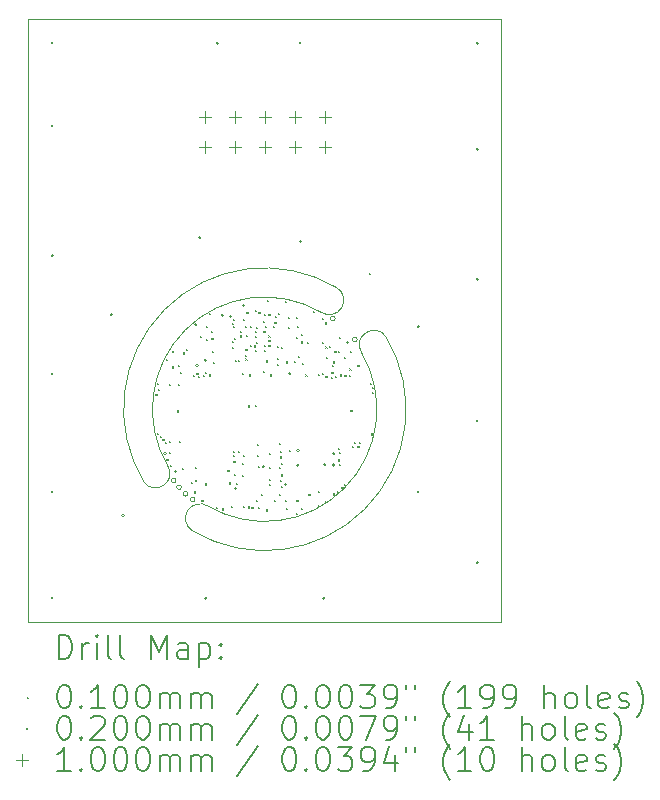
<source format=gbr>
%FSLAX45Y45*%
G04 Gerber Fmt 4.5, Leading zero omitted, Abs format (unit mm)*
G04 Created by KiCad (PCBNEW (6.0.0)) date 2022-03-02 03:39:47*
%MOMM*%
%LPD*%
G01*
G04 APERTURE LIST*
%TA.AperFunction,Profile*%
%ADD10C,0.050000*%
%TD*%
%ADD11C,0.200000*%
%ADD12C,0.010000*%
%ADD13C,0.020000*%
%ADD14C,0.100000*%
G04 APERTURE END LIST*
D10*
X13134000Y-5710000D02*
G75*
G03*
X13134000Y-5710000I-20000J0D01*
G01*
X12947000Y-5531000D02*
G75*
G03*
X12947000Y-5531000I-20000J0D01*
G01*
X11870000Y-7120000D02*
G75*
G03*
X11740000Y-7330000I-67136J-103678D01*
G01*
X14350000Y-8100000D02*
X10350000Y-8100000D01*
X10350000Y-8100000D02*
X10350000Y-3000000D01*
X10350000Y-3000000D02*
X14350000Y-3000000D01*
X14350000Y-3000000D02*
X14350000Y-8100000D01*
X11740000Y-7330000D02*
G75*
G03*
X13380000Y-5690000I610181J1029820D01*
G01*
X12830000Y-5480000D02*
G75*
G03*
X12960000Y-5270000I67134J103679D01*
G01*
X11760000Y-7065000D02*
G75*
G03*
X11760000Y-7065000I-20000J0D01*
G01*
X12960000Y-5270000D02*
G75*
G03*
X11330000Y-6920000I-609186J-1028319D01*
G01*
X11870000Y-7120000D02*
G75*
G03*
X13170000Y-5820000I480000J820000D01*
G01*
X13380000Y-5690000D02*
G75*
G03*
X13170000Y-5820000I-104791J-65337D01*
G01*
X11600000Y-6905000D02*
G75*
G03*
X11600000Y-6905000I-20000J0D01*
G01*
X11330000Y-6920000D02*
G75*
G03*
X11530000Y-6780000I95820J75972D01*
G01*
X11700000Y-7015000D02*
G75*
G03*
X11700000Y-7015000I-20000J0D01*
G01*
X11645000Y-6960000D02*
G75*
G03*
X11645000Y-6960000I-20000J0D01*
G01*
X12830000Y-5480000D02*
G75*
G03*
X11530000Y-6780000I-480000J-820000D01*
G01*
D11*
D12*
X11425000Y-6172500D02*
X11435000Y-6182500D01*
X11435000Y-6172500D02*
X11425000Y-6182500D01*
X11440000Y-6077500D02*
X11450000Y-6087500D01*
X11450000Y-6077500D02*
X11440000Y-6087500D01*
X11440771Y-6498185D02*
X11450771Y-6508185D01*
X11450771Y-6498185D02*
X11440771Y-6508185D01*
X11445000Y-6125000D02*
X11455000Y-6135000D01*
X11455000Y-6125000D02*
X11445000Y-6135000D01*
X11462240Y-6525000D02*
X11472240Y-6535000D01*
X11472240Y-6525000D02*
X11462240Y-6535000D01*
X11483620Y-6547834D02*
X11493620Y-6557834D01*
X11493620Y-6547834D02*
X11483620Y-6557834D01*
X11505000Y-6575000D02*
X11515000Y-6585000D01*
X11515000Y-6575000D02*
X11505000Y-6585000D01*
X11515000Y-5872500D02*
X11525000Y-5882500D01*
X11525000Y-5872500D02*
X11515000Y-5882500D01*
X11517500Y-6717500D02*
X11527500Y-6727500D01*
X11527500Y-6717500D02*
X11517500Y-6727500D01*
X11537550Y-6661333D02*
X11547550Y-6671333D01*
X11547550Y-6661333D02*
X11537550Y-6671333D01*
X11538356Y-6567225D02*
X11548356Y-6577225D01*
X11548356Y-6567225D02*
X11538356Y-6577225D01*
X11542450Y-6087245D02*
X11552450Y-6097245D01*
X11552450Y-6087245D02*
X11542450Y-6097245D01*
X11545000Y-6770000D02*
X11555000Y-6780000D01*
X11555000Y-6770000D02*
X11545000Y-6780000D01*
X11567642Y-5937642D02*
X11577642Y-5947642D01*
X11577642Y-5937642D02*
X11567642Y-5947642D01*
X11610050Y-6310000D02*
X11620050Y-6320000D01*
X11620050Y-6310000D02*
X11610050Y-6320000D01*
X11613917Y-6086367D02*
X11623917Y-6096367D01*
X11623917Y-6086367D02*
X11613917Y-6096367D01*
X11618512Y-5926254D02*
X11628512Y-5936254D01*
X11628512Y-5926254D02*
X11618512Y-5936254D01*
X11624698Y-6567225D02*
X11634698Y-6577225D01*
X11634698Y-6567225D02*
X11624698Y-6577225D01*
X11635000Y-5982500D02*
X11645000Y-5992500D01*
X11645000Y-5982500D02*
X11635000Y-5992500D01*
X11652500Y-6797500D02*
X11662500Y-6807500D01*
X11662500Y-6797500D02*
X11652500Y-6807500D01*
X11655451Y-5819264D02*
X11665451Y-5829264D01*
X11665451Y-5819264D02*
X11655451Y-5829264D01*
X11682500Y-5790000D02*
X11692500Y-5800000D01*
X11692500Y-5790000D02*
X11682500Y-5800000D01*
X11729000Y-6918000D02*
X11739000Y-6928000D01*
X11739000Y-6918000D02*
X11729000Y-6928000D01*
X11742500Y-6010000D02*
X11752500Y-6020000D01*
X11752500Y-6010000D02*
X11742500Y-6020000D01*
X11749052Y-6995000D02*
X11759052Y-7005000D01*
X11759052Y-6995000D02*
X11749052Y-7005000D01*
X11762500Y-6790000D02*
X11772500Y-6800000D01*
X11772500Y-6790000D02*
X11762500Y-6800000D01*
X11772773Y-5989807D02*
X11782773Y-5999807D01*
X11782773Y-5989807D02*
X11772773Y-5999807D01*
X11784167Y-6017505D02*
X11794167Y-6027505D01*
X11794167Y-6017505D02*
X11784167Y-6027505D01*
X11800000Y-5682000D02*
X11810000Y-5692000D01*
X11810000Y-5682000D02*
X11800000Y-5692000D01*
X11815000Y-7065000D02*
X11825000Y-7075000D01*
X11825000Y-7065000D02*
X11815000Y-7075000D01*
X11825000Y-6010000D02*
X11835000Y-6020000D01*
X11835000Y-6010000D02*
X11825000Y-6020000D01*
X11842500Y-6927500D02*
X11852500Y-6937500D01*
X11852500Y-6927500D02*
X11842500Y-6937500D01*
X11845029Y-5982680D02*
X11855029Y-5992680D01*
X11855029Y-5982680D02*
X11845029Y-5992680D01*
X11850000Y-5593000D02*
X11860000Y-5603000D01*
X11860000Y-5593000D02*
X11850000Y-5603000D01*
X11854000Y-5707000D02*
X11864000Y-5717000D01*
X11864000Y-5707000D02*
X11854000Y-5717000D01*
X11875000Y-5485000D02*
X11885000Y-5495000D01*
X11885000Y-5485000D02*
X11875000Y-5495000D01*
X11877500Y-6005000D02*
X11887500Y-6015000D01*
X11887500Y-6005000D02*
X11877500Y-6015000D01*
X11895500Y-5635000D02*
X11905500Y-5645000D01*
X11905500Y-5635000D02*
X11895500Y-5645000D01*
X11899000Y-5694000D02*
X11909000Y-5704000D01*
X11909000Y-5694000D02*
X11899000Y-5704000D01*
X11905147Y-5808482D02*
X11915147Y-5818482D01*
X11915147Y-5808482D02*
X11905147Y-5818482D01*
X11911000Y-5896000D02*
X11921000Y-5906000D01*
X11921000Y-5896000D02*
X11911000Y-5906000D01*
X11937500Y-7127500D02*
X11947500Y-7137500D01*
X11947500Y-7127500D02*
X11937500Y-7137500D01*
X11990000Y-7140000D02*
X12000000Y-7150000D01*
X12000000Y-7140000D02*
X11990000Y-7150000D01*
X12035000Y-6815000D02*
X12045000Y-6825000D01*
X12045000Y-6815000D02*
X12035000Y-6825000D01*
X12050142Y-6919858D02*
X12060142Y-6929858D01*
X12060142Y-6919858D02*
X12050142Y-6929858D01*
X12067450Y-7118584D02*
X12077450Y-7128584D01*
X12077450Y-7118584D02*
X12067450Y-7128584D01*
X12069591Y-5772500D02*
X12079591Y-5782500D01*
X12079591Y-5772500D02*
X12069591Y-5782500D01*
X12070248Y-5569950D02*
X12080248Y-5579950D01*
X12080248Y-5569950D02*
X12070248Y-5579950D01*
X12073000Y-5720122D02*
X12083000Y-5730122D01*
X12083000Y-5720122D02*
X12073000Y-5730122D01*
X12081000Y-5538000D02*
X12091000Y-5548000D01*
X12091000Y-5538000D02*
X12081000Y-5548000D01*
X12082500Y-6650000D02*
X12092500Y-6660000D01*
X12092500Y-6650000D02*
X12082500Y-6660000D01*
X12082500Y-6690000D02*
X12092500Y-6700000D01*
X12092500Y-6690000D02*
X12082500Y-6700000D01*
X12083375Y-5596871D02*
X12093375Y-5606871D01*
X12093375Y-5596871D02*
X12083375Y-5606871D01*
X12085000Y-6735000D02*
X12095000Y-6745000D01*
X12095000Y-6735000D02*
X12085000Y-6745000D01*
X12090000Y-6850000D02*
X12100000Y-6860000D01*
X12100000Y-6850000D02*
X12090000Y-6860000D01*
X12092067Y-5695172D02*
X12102067Y-5705172D01*
X12102067Y-5695172D02*
X12092067Y-5705172D01*
X12095514Y-5883512D02*
X12105514Y-5893512D01*
X12105514Y-5883512D02*
X12095514Y-5893512D01*
X12105000Y-6925000D02*
X12115000Y-6935000D01*
X12115000Y-6925000D02*
X12105000Y-6935000D01*
X12125000Y-6655000D02*
X12135000Y-6665000D01*
X12135000Y-6655000D02*
X12125000Y-6665000D01*
X12126000Y-5884000D02*
X12136000Y-5894000D01*
X12136000Y-5884000D02*
X12126000Y-5894000D01*
X12141838Y-5674952D02*
X12151838Y-5684952D01*
X12151838Y-5674952D02*
X12141838Y-5684952D01*
X12142500Y-5635000D02*
X12152500Y-5645000D01*
X12152500Y-5635000D02*
X12142500Y-5645000D01*
X12155000Y-5995000D02*
X12165000Y-6005000D01*
X12165000Y-5995000D02*
X12155000Y-6005000D01*
X12155000Y-6755000D02*
X12165000Y-6765000D01*
X12165000Y-6755000D02*
X12155000Y-6765000D01*
X12155000Y-6855000D02*
X12165000Y-6865000D01*
X12165000Y-6855000D02*
X12155000Y-6865000D01*
X12162500Y-7120000D02*
X12172500Y-7130000D01*
X12172500Y-7120000D02*
X12162500Y-7130000D01*
X12164639Y-5532701D02*
X12174639Y-5542701D01*
X12174639Y-5532701D02*
X12164639Y-5542701D01*
X12165000Y-6685000D02*
X12175000Y-6695000D01*
X12175000Y-6685000D02*
X12165000Y-6695000D01*
X12185000Y-5837520D02*
X12195000Y-5847520D01*
X12195000Y-5837520D02*
X12185000Y-5847520D01*
X12186292Y-5597606D02*
X12196292Y-5607606D01*
X12196292Y-5597606D02*
X12186292Y-5607606D01*
X12187000Y-5790000D02*
X12197000Y-5800000D01*
X12197000Y-5790000D02*
X12187000Y-5800000D01*
X12187712Y-5870000D02*
X12197712Y-5880000D01*
X12197712Y-5870000D02*
X12187712Y-5880000D01*
X12193000Y-5670000D02*
X12203000Y-5680000D01*
X12203000Y-5670000D02*
X12193000Y-5680000D01*
X12195000Y-5475000D02*
X12205000Y-5485000D01*
X12205000Y-5475000D02*
X12195000Y-5485000D01*
X12205000Y-6267500D02*
X12215000Y-6277500D01*
X12215000Y-6267500D02*
X12205000Y-6277500D01*
X12207500Y-7122500D02*
X12217500Y-7132500D01*
X12217500Y-7122500D02*
X12207500Y-7132500D01*
X12214890Y-6004794D02*
X12224890Y-6014794D01*
X12224890Y-6004794D02*
X12214890Y-6014794D01*
X12222500Y-5595000D02*
X12232500Y-5605000D01*
X12232500Y-5595000D02*
X12222500Y-5605000D01*
X12222587Y-5752529D02*
X12232587Y-5762529D01*
X12232587Y-5752529D02*
X12222587Y-5762529D01*
X12237327Y-7125212D02*
X12247327Y-7135212D01*
X12247327Y-7125212D02*
X12237327Y-7135212D01*
X12259862Y-5759260D02*
X12269862Y-5769260D01*
X12269862Y-5759260D02*
X12259862Y-5769260D01*
X12267310Y-5637345D02*
X12277310Y-5647345D01*
X12277310Y-5637345D02*
X12267310Y-5647345D01*
X12267500Y-5795000D02*
X12277500Y-5805000D01*
X12277500Y-5795000D02*
X12267500Y-5805000D01*
X12267500Y-6262500D02*
X12277500Y-6272500D01*
X12277500Y-6262500D02*
X12267500Y-6272500D01*
X12267760Y-5677930D02*
X12277760Y-5687930D01*
X12277760Y-5677930D02*
X12267760Y-5687930D01*
X12270000Y-5457500D02*
X12280000Y-5467500D01*
X12280000Y-5457500D02*
X12270000Y-5467500D01*
X12275000Y-7067500D02*
X12285000Y-7077500D01*
X12285000Y-7067500D02*
X12275000Y-7077500D01*
X12275050Y-5730634D02*
X12285050Y-5740634D01*
X12285050Y-5730634D02*
X12275050Y-5740634D01*
X12278677Y-5600292D02*
X12288677Y-5610292D01*
X12288677Y-5600292D02*
X12278677Y-5610292D01*
X12285000Y-6685000D02*
X12295000Y-6695000D01*
X12295000Y-6685000D02*
X12285000Y-6695000D01*
X12287500Y-6595000D02*
X12297500Y-6605000D01*
X12297500Y-6595000D02*
X12287500Y-6605000D01*
X12290000Y-6782500D02*
X12300000Y-6792500D01*
X12300000Y-6782500D02*
X12290000Y-6792500D01*
X12290586Y-7127231D02*
X12300586Y-7137231D01*
X12300586Y-7127231D02*
X12290586Y-7137231D01*
X12297500Y-5477500D02*
X12307500Y-5487500D01*
X12307500Y-5477500D02*
X12297500Y-5487500D01*
X12317500Y-7015000D02*
X12327500Y-7025000D01*
X12327500Y-7015000D02*
X12317500Y-7025000D01*
X12335000Y-5974000D02*
X12345000Y-5984000D01*
X12345000Y-5974000D02*
X12335000Y-5984000D01*
X12337050Y-5555000D02*
X12347050Y-5565000D01*
X12347050Y-5555000D02*
X12337050Y-5565000D01*
X12340000Y-5640000D02*
X12350000Y-5650000D01*
X12350000Y-5640000D02*
X12340000Y-5650000D01*
X12345000Y-5490000D02*
X12355000Y-5500000D01*
X12355000Y-5490000D02*
X12345000Y-5500000D01*
X12345000Y-5752070D02*
X12355000Y-5762070D01*
X12355000Y-5752070D02*
X12345000Y-5762070D01*
X12345000Y-5797500D02*
X12355000Y-5807500D01*
X12355000Y-5797500D02*
X12345000Y-5807500D01*
X12352065Y-5597635D02*
X12362065Y-5607635D01*
X12362065Y-5597635D02*
X12352065Y-5607635D01*
X12358892Y-5886108D02*
X12368892Y-5896108D01*
X12368892Y-5886108D02*
X12358892Y-5896108D01*
X12362500Y-7147500D02*
X12372500Y-7157500D01*
X12372500Y-7147500D02*
X12362500Y-7157500D01*
X12368972Y-5375744D02*
X12378972Y-5385744D01*
X12378972Y-5375744D02*
X12368972Y-5385744D01*
X12381690Y-5674972D02*
X12391690Y-5684972D01*
X12391690Y-5674972D02*
X12381690Y-5684972D01*
X12381748Y-5489999D02*
X12391748Y-5499999D01*
X12391748Y-5489999D02*
X12381748Y-5499999D01*
X12382500Y-5712500D02*
X12392500Y-5722500D01*
X12392500Y-5712500D02*
X12382500Y-5722500D01*
X12382500Y-5752500D02*
X12392500Y-5762500D01*
X12392500Y-5752500D02*
X12382500Y-5762500D01*
X12384254Y-6886655D02*
X12394254Y-6896655D01*
X12394254Y-6886655D02*
X12384254Y-6896655D01*
X12385000Y-6785000D02*
X12395000Y-6795000D01*
X12395000Y-6785000D02*
X12385000Y-6795000D01*
X12385000Y-6935000D02*
X12395000Y-6945000D01*
X12395000Y-6935000D02*
X12385000Y-6945000D01*
X12386719Y-6672097D02*
X12396719Y-6682097D01*
X12396719Y-6672097D02*
X12386719Y-6682097D01*
X12395000Y-6005000D02*
X12405000Y-6015000D01*
X12405000Y-6005000D02*
X12395000Y-6015000D01*
X12422369Y-5595094D02*
X12432369Y-5605094D01*
X12432369Y-5595094D02*
X12422369Y-5605094D01*
X12425000Y-7067500D02*
X12435000Y-7077500D01*
X12435000Y-7067500D02*
X12425000Y-7077500D01*
X12433050Y-5560000D02*
X12443050Y-5570000D01*
X12443050Y-5560000D02*
X12433050Y-5570000D01*
X12437500Y-5510000D02*
X12447500Y-5520000D01*
X12447500Y-5510000D02*
X12437500Y-5520000D01*
X12451000Y-5767000D02*
X12461000Y-5777000D01*
X12461000Y-5767000D02*
X12451000Y-5777000D01*
X12454000Y-5868000D02*
X12464000Y-5878000D01*
X12464000Y-5868000D02*
X12454000Y-5878000D01*
X12454000Y-5913000D02*
X12464000Y-5923000D01*
X12464000Y-5913000D02*
X12454000Y-5923000D01*
X12459000Y-5487000D02*
X12469000Y-5497000D01*
X12469000Y-5487000D02*
X12459000Y-5497000D01*
X12467500Y-7015000D02*
X12477500Y-7025000D01*
X12477500Y-7015000D02*
X12467500Y-7025000D01*
X12470750Y-6588250D02*
X12480750Y-6598250D01*
X12480750Y-6588250D02*
X12470750Y-6598250D01*
X12472642Y-6784858D02*
X12482642Y-6794858D01*
X12482642Y-6784858D02*
X12472642Y-6794858D01*
X12477500Y-6655000D02*
X12487500Y-6665000D01*
X12487500Y-6655000D02*
X12477500Y-6665000D01*
X12480000Y-6900000D02*
X12490000Y-6910000D01*
X12490000Y-6900000D02*
X12480000Y-6910000D01*
X12482500Y-6700000D02*
X12492500Y-6710000D01*
X12492500Y-6700000D02*
X12482500Y-6710000D01*
X12485000Y-6752500D02*
X12495000Y-6762500D01*
X12495000Y-6752500D02*
X12485000Y-6762500D01*
X12485000Y-6852500D02*
X12495000Y-6862500D01*
X12495000Y-6852500D02*
X12485000Y-6862500D01*
X12485098Y-5773667D02*
X12495098Y-5783667D01*
X12495098Y-5773667D02*
X12485098Y-5783667D01*
X12486000Y-6952550D02*
X12496000Y-6962550D01*
X12496000Y-6952550D02*
X12486000Y-6962550D01*
X12522500Y-7070000D02*
X12532500Y-7080000D01*
X12532500Y-7070000D02*
X12522500Y-7080000D01*
X12525000Y-5385000D02*
X12535000Y-5395000D01*
X12535000Y-5385000D02*
X12525000Y-5395000D01*
X12530000Y-5895000D02*
X12540000Y-5905000D01*
X12540000Y-5895000D02*
X12530000Y-5905000D01*
X12532078Y-7136058D02*
X12542078Y-7146058D01*
X12542078Y-7136058D02*
X12532078Y-7146058D01*
X12546300Y-5520000D02*
X12556300Y-5530000D01*
X12556300Y-5520000D02*
X12546300Y-5530000D01*
X12547500Y-5600000D02*
X12557500Y-5610000D01*
X12557500Y-5600000D02*
X12547500Y-5610000D01*
X12552500Y-6642500D02*
X12562500Y-6652500D01*
X12562500Y-6642500D02*
X12552500Y-6652500D01*
X12595000Y-5890000D02*
X12605000Y-5900000D01*
X12605000Y-5890000D02*
X12595000Y-5900000D01*
X12612500Y-5515000D02*
X12622500Y-5525000D01*
X12622500Y-5515000D02*
X12612500Y-5525000D01*
X12615000Y-5687500D02*
X12625000Y-5697500D01*
X12625000Y-5687500D02*
X12615000Y-5697500D01*
X12615000Y-7180000D02*
X12625000Y-7190000D01*
X12625000Y-7180000D02*
X12615000Y-7190000D01*
X12618660Y-7069480D02*
X12628660Y-7079480D01*
X12628660Y-7069480D02*
X12618660Y-7079480D01*
X12625000Y-5592500D02*
X12635000Y-5602500D01*
X12635000Y-5592500D02*
X12625000Y-5602500D01*
X12630000Y-5850000D02*
X12640000Y-5860000D01*
X12640000Y-5850000D02*
X12630000Y-5860000D01*
X12655000Y-5725000D02*
X12665000Y-5735000D01*
X12665000Y-5725000D02*
X12655000Y-5735000D01*
X12655000Y-7135000D02*
X12665000Y-7145000D01*
X12665000Y-7135000D02*
X12655000Y-7145000D01*
X12657500Y-5665000D02*
X12667500Y-5675000D01*
X12667500Y-5665000D02*
X12657500Y-5675000D01*
X12665000Y-5910000D02*
X12675000Y-5920000D01*
X12675000Y-5910000D02*
X12665000Y-5920000D01*
X12695000Y-6005000D02*
X12705000Y-6015000D01*
X12705000Y-6005000D02*
X12695000Y-6015000D01*
X12707441Y-5727450D02*
X12717441Y-5737450D01*
X12717441Y-5727450D02*
X12707441Y-5737450D01*
X12720687Y-7014471D02*
X12730687Y-7024471D01*
X12730687Y-7014471D02*
X12720687Y-7024471D01*
X12757500Y-5465000D02*
X12767500Y-5475000D01*
X12767500Y-5465000D02*
X12757500Y-5475000D01*
X12797500Y-6994950D02*
X12807500Y-7004950D01*
X12807500Y-6994950D02*
X12797500Y-7004950D01*
X12800000Y-6000000D02*
X12810000Y-6010000D01*
X12810000Y-6000000D02*
X12800000Y-6010000D01*
X12800000Y-7107500D02*
X12810000Y-7117500D01*
X12810000Y-7107500D02*
X12800000Y-7117500D01*
X12832000Y-5727000D02*
X12842000Y-5737000D01*
X12842000Y-5727000D02*
X12832000Y-5737000D01*
X12835000Y-5525000D02*
X12845000Y-5535000D01*
X12845000Y-5525000D02*
X12835000Y-5535000D01*
X12835000Y-5995000D02*
X12845000Y-6005000D01*
X12845000Y-5995000D02*
X12835000Y-6005000D01*
X12857000Y-7073000D02*
X12867000Y-7083000D01*
X12867000Y-7073000D02*
X12857000Y-7083000D01*
X12860000Y-5565000D02*
X12870000Y-5575000D01*
X12870000Y-5565000D02*
X12860000Y-5575000D01*
X12864950Y-5768800D02*
X12874950Y-5778800D01*
X12874950Y-5768800D02*
X12864950Y-5778800D01*
X12865000Y-6015000D02*
X12875000Y-6025000D01*
X12875000Y-6015000D02*
X12865000Y-6025000D01*
X12870000Y-5855000D02*
X12880000Y-5865000D01*
X12880000Y-5855000D02*
X12870000Y-5865000D01*
X12897217Y-5765820D02*
X12907217Y-5775820D01*
X12907217Y-5765820D02*
X12897217Y-5775820D01*
X12908113Y-6024519D02*
X12918113Y-6034519D01*
X12918113Y-6024519D02*
X12908113Y-6034519D01*
X12915600Y-5981820D02*
X12925600Y-5991820D01*
X12925600Y-5981820D02*
X12915600Y-5991820D01*
X12920000Y-5925000D02*
X12930000Y-5935000D01*
X12930000Y-5925000D02*
X12920000Y-5935000D01*
X12925874Y-5895631D02*
X12935874Y-5905631D01*
X12935874Y-5895631D02*
X12925874Y-5905631D01*
X12930000Y-7012500D02*
X12940000Y-7022500D01*
X12940000Y-7012500D02*
X12930000Y-7022500D01*
X12940050Y-5805000D02*
X12950050Y-5815000D01*
X12950050Y-5805000D02*
X12940050Y-5815000D01*
X12944972Y-6014685D02*
X12954972Y-6024685D01*
X12954972Y-6014685D02*
X12944972Y-6024685D01*
X12965000Y-6990000D02*
X12975000Y-7000000D01*
X12975000Y-6990000D02*
X12965000Y-7000000D01*
X12970000Y-5805000D02*
X12980000Y-5815000D01*
X12980000Y-5805000D02*
X12970000Y-5815000D01*
X12972500Y-6627500D02*
X12982500Y-6637500D01*
X12982500Y-6627500D02*
X12972500Y-6637500D01*
X12972835Y-6724716D02*
X12982835Y-6734716D01*
X12982835Y-6724716D02*
X12972835Y-6734716D01*
X12980000Y-6662500D02*
X12990000Y-6672500D01*
X12990000Y-6662500D02*
X12980000Y-6672500D01*
X12980000Y-6762500D02*
X12990000Y-6772500D01*
X12990000Y-6762500D02*
X12980000Y-6772500D01*
X12980142Y-5689858D02*
X12990142Y-5699858D01*
X12990142Y-5689858D02*
X12980142Y-5699858D01*
X12985000Y-6005000D02*
X12995000Y-6015000D01*
X12995000Y-6005000D02*
X12985000Y-6015000D01*
X13000000Y-6957500D02*
X13010000Y-6967500D01*
X13010000Y-6957500D02*
X13000000Y-6967500D01*
X13022500Y-6932500D02*
X13032500Y-6942500D01*
X13032500Y-6932500D02*
X13022500Y-6942500D01*
X13023000Y-5855000D02*
X13033000Y-5865000D01*
X13033000Y-5855000D02*
X13023000Y-5865000D01*
X13025000Y-6007500D02*
X13035000Y-6017500D01*
X13035000Y-6007500D02*
X13025000Y-6017500D01*
X13065000Y-6007500D02*
X13075000Y-6017500D01*
X13075000Y-6007500D02*
X13065000Y-6017500D01*
X13067684Y-5955000D02*
X13077684Y-5965000D01*
X13077684Y-5955000D02*
X13067684Y-5965000D01*
X13070000Y-5805000D02*
X13080000Y-5815000D01*
X13080000Y-5805000D02*
X13070000Y-5815000D01*
X13076760Y-6307500D02*
X13086760Y-6317500D01*
X13086760Y-6307500D02*
X13076760Y-6317500D01*
X13091000Y-6611000D02*
X13101000Y-6621000D01*
X13101000Y-6611000D02*
X13091000Y-6621000D01*
X13104078Y-6579704D02*
X13114078Y-6589704D01*
X13114078Y-6579704D02*
X13104078Y-6589704D01*
X13135000Y-5925000D02*
X13145000Y-5935000D01*
X13145000Y-5925000D02*
X13135000Y-5935000D01*
X13136000Y-6608000D02*
X13146000Y-6618000D01*
X13146000Y-6608000D02*
X13136000Y-6618000D01*
X13147843Y-6576948D02*
X13157843Y-6586948D01*
X13157843Y-6576948D02*
X13147843Y-6586948D01*
X13235000Y-5145000D02*
X13245000Y-5155000D01*
X13245000Y-5145000D02*
X13235000Y-5155000D01*
X13244619Y-6079335D02*
X13254619Y-6089335D01*
X13254619Y-6079335D02*
X13244619Y-6089335D01*
X13247000Y-6505000D02*
X13257000Y-6515000D01*
X13257000Y-6505000D02*
X13247000Y-6515000D01*
X13255000Y-6110000D02*
X13265000Y-6120000D01*
X13265000Y-6110000D02*
X13255000Y-6120000D01*
X13255000Y-6155000D02*
X13265000Y-6165000D01*
X13265000Y-6155000D02*
X13255000Y-6165000D01*
D13*
X10560000Y-3200000D02*
G75*
G03*
X10560000Y-3200000I-10000J0D01*
G01*
X10560000Y-3900000D02*
G75*
G03*
X10560000Y-3900000I-10000J0D01*
G01*
X10560000Y-5000000D02*
G75*
G03*
X10560000Y-5000000I-10000J0D01*
G01*
X10560000Y-6000000D02*
G75*
G03*
X10560000Y-6000000I-10000J0D01*
G01*
X10560000Y-7000000D02*
G75*
G03*
X10560000Y-7000000I-10000J0D01*
G01*
X10560000Y-7900000D02*
G75*
G03*
X10560000Y-7900000I-10000J0D01*
G01*
X11060000Y-5500000D02*
G75*
G03*
X11060000Y-5500000I-10000J0D01*
G01*
X11160000Y-7200000D02*
G75*
G03*
X11160000Y-7200000I-10000J0D01*
G01*
X11517500Y-6675000D02*
G75*
G03*
X11517500Y-6675000I-10000J0D01*
G01*
X11584000Y-5816000D02*
G75*
G03*
X11584000Y-5816000I-10000J0D01*
G01*
X11605304Y-6827396D02*
G75*
G03*
X11605304Y-6827396I-10000J0D01*
G01*
X11777000Y-5585000D02*
G75*
G03*
X11777000Y-5585000I-10000J0D01*
G01*
X11781000Y-6908000D02*
G75*
G03*
X11781000Y-6908000I-10000J0D01*
G01*
X11787500Y-5930000D02*
G75*
G03*
X11787500Y-5930000I-10000J0D01*
G01*
X11810000Y-4850000D02*
G75*
G03*
X11810000Y-4850000I-10000J0D01*
G01*
X11857000Y-5884000D02*
G75*
G03*
X11857000Y-5884000I-10000J0D01*
G01*
X11860000Y-7900000D02*
G75*
G03*
X11860000Y-7900000I-10000J0D01*
G01*
X11960000Y-3200000D02*
G75*
G03*
X11960000Y-3200000I-10000J0D01*
G01*
X12000000Y-5505000D02*
G75*
G03*
X12000000Y-5505000I-10000J0D01*
G01*
X12070000Y-5515000D02*
G75*
G03*
X12070000Y-5515000I-10000J0D01*
G01*
X12114928Y-6970072D02*
G75*
G03*
X12114928Y-6970072I-10000J0D01*
G01*
X12182621Y-5422117D02*
G75*
G03*
X12182621Y-5422117I-10000J0D01*
G01*
X12350000Y-6787500D02*
G75*
G03*
X12350000Y-6787500I-10000J0D01*
G01*
X12538566Y-6937550D02*
G75*
G03*
X12538566Y-6937550I-10000J0D01*
G01*
X12572000Y-6001000D02*
G75*
G03*
X12572000Y-6001000I-10000J0D01*
G01*
X12640000Y-6772500D02*
G75*
G03*
X12640000Y-6772500I-10000J0D01*
G01*
X12642500Y-6650000D02*
G75*
G03*
X12642500Y-6650000I-10000J0D01*
G01*
X12660000Y-3200000D02*
G75*
G03*
X12660000Y-3200000I-10000J0D01*
G01*
X12663561Y-4881383D02*
G75*
G03*
X12663561Y-4881383I-10000J0D01*
G01*
X12860000Y-7900000D02*
G75*
G03*
X12860000Y-7900000I-10000J0D01*
G01*
X12867500Y-6771240D02*
G75*
G03*
X12867500Y-6771240I-10000J0D01*
G01*
X12942500Y-6772500D02*
G75*
G03*
X12942500Y-6772500I-10000J0D01*
G01*
X12945000Y-6677500D02*
G75*
G03*
X12945000Y-6677500I-10000J0D01*
G01*
X13062500Y-5735000D02*
G75*
G03*
X13062500Y-5735000I-10000J0D01*
G01*
X13660000Y-5600000D02*
G75*
G03*
X13660000Y-5600000I-10000J0D01*
G01*
X13660000Y-7000000D02*
G75*
G03*
X13660000Y-7000000I-10000J0D01*
G01*
X14160000Y-3200000D02*
G75*
G03*
X14160000Y-3200000I-10000J0D01*
G01*
X14160000Y-4100000D02*
G75*
G03*
X14160000Y-4100000I-10000J0D01*
G01*
X14160000Y-5200000D02*
G75*
G03*
X14160000Y-5200000I-10000J0D01*
G01*
X14160000Y-6400000D02*
G75*
G03*
X14160000Y-6400000I-10000J0D01*
G01*
X14160000Y-7600000D02*
G75*
G03*
X14160000Y-7600000I-10000J0D01*
G01*
D14*
X11842000Y-3774750D02*
X11842000Y-3874750D01*
X11792000Y-3824750D02*
X11892000Y-3824750D01*
X11842000Y-4028750D02*
X11842000Y-4128750D01*
X11792000Y-4078750D02*
X11892000Y-4078750D01*
X12096000Y-3774750D02*
X12096000Y-3874750D01*
X12046000Y-3824750D02*
X12146000Y-3824750D01*
X12096000Y-4028750D02*
X12096000Y-4128750D01*
X12046000Y-4078750D02*
X12146000Y-4078750D01*
X12350000Y-3774750D02*
X12350000Y-3874750D01*
X12300000Y-3824750D02*
X12400000Y-3824750D01*
X12350000Y-4028750D02*
X12350000Y-4128750D01*
X12300000Y-4078750D02*
X12400000Y-4078750D01*
X12604000Y-3774750D02*
X12604000Y-3874750D01*
X12554000Y-3824750D02*
X12654000Y-3824750D01*
X12604000Y-4028750D02*
X12604000Y-4128750D01*
X12554000Y-4078750D02*
X12654000Y-4078750D01*
X12858000Y-3774750D02*
X12858000Y-3874750D01*
X12808000Y-3824750D02*
X12908000Y-3824750D01*
X12858000Y-4028750D02*
X12858000Y-4128750D01*
X12808000Y-4078750D02*
X12908000Y-4078750D01*
D11*
X10605119Y-8412976D02*
X10605119Y-8212976D01*
X10652738Y-8212976D01*
X10681310Y-8222500D01*
X10700357Y-8241548D01*
X10709881Y-8260595D01*
X10719405Y-8298690D01*
X10719405Y-8327262D01*
X10709881Y-8365357D01*
X10700357Y-8384405D01*
X10681310Y-8403452D01*
X10652738Y-8412976D01*
X10605119Y-8412976D01*
X10805119Y-8412976D02*
X10805119Y-8279643D01*
X10805119Y-8317738D02*
X10814643Y-8298690D01*
X10824167Y-8289167D01*
X10843214Y-8279643D01*
X10862262Y-8279643D01*
X10928929Y-8412976D02*
X10928929Y-8279643D01*
X10928929Y-8212976D02*
X10919405Y-8222500D01*
X10928929Y-8232024D01*
X10938452Y-8222500D01*
X10928929Y-8212976D01*
X10928929Y-8232024D01*
X11052738Y-8412976D02*
X11033690Y-8403452D01*
X11024167Y-8384405D01*
X11024167Y-8212976D01*
X11157500Y-8412976D02*
X11138452Y-8403452D01*
X11128929Y-8384405D01*
X11128929Y-8212976D01*
X11386071Y-8412976D02*
X11386071Y-8212976D01*
X11452738Y-8355833D01*
X11519405Y-8212976D01*
X11519405Y-8412976D01*
X11700357Y-8412976D02*
X11700357Y-8308214D01*
X11690833Y-8289167D01*
X11671786Y-8279643D01*
X11633690Y-8279643D01*
X11614643Y-8289167D01*
X11700357Y-8403452D02*
X11681309Y-8412976D01*
X11633690Y-8412976D01*
X11614643Y-8403452D01*
X11605119Y-8384405D01*
X11605119Y-8365357D01*
X11614643Y-8346309D01*
X11633690Y-8336786D01*
X11681309Y-8336786D01*
X11700357Y-8327262D01*
X11795595Y-8279643D02*
X11795595Y-8479643D01*
X11795595Y-8289167D02*
X11814643Y-8279643D01*
X11852738Y-8279643D01*
X11871786Y-8289167D01*
X11881309Y-8298690D01*
X11890833Y-8317738D01*
X11890833Y-8374881D01*
X11881309Y-8393929D01*
X11871786Y-8403452D01*
X11852738Y-8412976D01*
X11814643Y-8412976D01*
X11795595Y-8403452D01*
X11976548Y-8393929D02*
X11986071Y-8403452D01*
X11976548Y-8412976D01*
X11967024Y-8403452D01*
X11976548Y-8393929D01*
X11976548Y-8412976D01*
X11976548Y-8289167D02*
X11986071Y-8298690D01*
X11976548Y-8308214D01*
X11967024Y-8298690D01*
X11976548Y-8289167D01*
X11976548Y-8308214D01*
D12*
X10337500Y-8737500D02*
X10347500Y-8747500D01*
X10347500Y-8737500D02*
X10337500Y-8747500D01*
D11*
X10643214Y-8632976D02*
X10662262Y-8632976D01*
X10681310Y-8642500D01*
X10690833Y-8652024D01*
X10700357Y-8671071D01*
X10709881Y-8709167D01*
X10709881Y-8756786D01*
X10700357Y-8794881D01*
X10690833Y-8813929D01*
X10681310Y-8823452D01*
X10662262Y-8832976D01*
X10643214Y-8832976D01*
X10624167Y-8823452D01*
X10614643Y-8813929D01*
X10605119Y-8794881D01*
X10595595Y-8756786D01*
X10595595Y-8709167D01*
X10605119Y-8671071D01*
X10614643Y-8652024D01*
X10624167Y-8642500D01*
X10643214Y-8632976D01*
X10795595Y-8813929D02*
X10805119Y-8823452D01*
X10795595Y-8832976D01*
X10786071Y-8823452D01*
X10795595Y-8813929D01*
X10795595Y-8832976D01*
X10995595Y-8832976D02*
X10881310Y-8832976D01*
X10938452Y-8832976D02*
X10938452Y-8632976D01*
X10919405Y-8661548D01*
X10900357Y-8680595D01*
X10881310Y-8690119D01*
X11119405Y-8632976D02*
X11138452Y-8632976D01*
X11157500Y-8642500D01*
X11167024Y-8652024D01*
X11176548Y-8671071D01*
X11186071Y-8709167D01*
X11186071Y-8756786D01*
X11176548Y-8794881D01*
X11167024Y-8813929D01*
X11157500Y-8823452D01*
X11138452Y-8832976D01*
X11119405Y-8832976D01*
X11100357Y-8823452D01*
X11090833Y-8813929D01*
X11081310Y-8794881D01*
X11071786Y-8756786D01*
X11071786Y-8709167D01*
X11081310Y-8671071D01*
X11090833Y-8652024D01*
X11100357Y-8642500D01*
X11119405Y-8632976D01*
X11309881Y-8632976D02*
X11328928Y-8632976D01*
X11347976Y-8642500D01*
X11357500Y-8652024D01*
X11367024Y-8671071D01*
X11376548Y-8709167D01*
X11376548Y-8756786D01*
X11367024Y-8794881D01*
X11357500Y-8813929D01*
X11347976Y-8823452D01*
X11328928Y-8832976D01*
X11309881Y-8832976D01*
X11290833Y-8823452D01*
X11281309Y-8813929D01*
X11271786Y-8794881D01*
X11262262Y-8756786D01*
X11262262Y-8709167D01*
X11271786Y-8671071D01*
X11281309Y-8652024D01*
X11290833Y-8642500D01*
X11309881Y-8632976D01*
X11462262Y-8832976D02*
X11462262Y-8699643D01*
X11462262Y-8718690D02*
X11471786Y-8709167D01*
X11490833Y-8699643D01*
X11519405Y-8699643D01*
X11538452Y-8709167D01*
X11547976Y-8728214D01*
X11547976Y-8832976D01*
X11547976Y-8728214D02*
X11557500Y-8709167D01*
X11576548Y-8699643D01*
X11605119Y-8699643D01*
X11624167Y-8709167D01*
X11633690Y-8728214D01*
X11633690Y-8832976D01*
X11728928Y-8832976D02*
X11728928Y-8699643D01*
X11728928Y-8718690D02*
X11738452Y-8709167D01*
X11757500Y-8699643D01*
X11786071Y-8699643D01*
X11805119Y-8709167D01*
X11814643Y-8728214D01*
X11814643Y-8832976D01*
X11814643Y-8728214D02*
X11824167Y-8709167D01*
X11843214Y-8699643D01*
X11871786Y-8699643D01*
X11890833Y-8709167D01*
X11900357Y-8728214D01*
X11900357Y-8832976D01*
X12290833Y-8623452D02*
X12119405Y-8880595D01*
X12547976Y-8632976D02*
X12567024Y-8632976D01*
X12586071Y-8642500D01*
X12595595Y-8652024D01*
X12605119Y-8671071D01*
X12614643Y-8709167D01*
X12614643Y-8756786D01*
X12605119Y-8794881D01*
X12595595Y-8813929D01*
X12586071Y-8823452D01*
X12567024Y-8832976D01*
X12547976Y-8832976D01*
X12528928Y-8823452D01*
X12519405Y-8813929D01*
X12509881Y-8794881D01*
X12500357Y-8756786D01*
X12500357Y-8709167D01*
X12509881Y-8671071D01*
X12519405Y-8652024D01*
X12528928Y-8642500D01*
X12547976Y-8632976D01*
X12700357Y-8813929D02*
X12709881Y-8823452D01*
X12700357Y-8832976D01*
X12690833Y-8823452D01*
X12700357Y-8813929D01*
X12700357Y-8832976D01*
X12833690Y-8632976D02*
X12852738Y-8632976D01*
X12871786Y-8642500D01*
X12881309Y-8652024D01*
X12890833Y-8671071D01*
X12900357Y-8709167D01*
X12900357Y-8756786D01*
X12890833Y-8794881D01*
X12881309Y-8813929D01*
X12871786Y-8823452D01*
X12852738Y-8832976D01*
X12833690Y-8832976D01*
X12814643Y-8823452D01*
X12805119Y-8813929D01*
X12795595Y-8794881D01*
X12786071Y-8756786D01*
X12786071Y-8709167D01*
X12795595Y-8671071D01*
X12805119Y-8652024D01*
X12814643Y-8642500D01*
X12833690Y-8632976D01*
X13024167Y-8632976D02*
X13043214Y-8632976D01*
X13062262Y-8642500D01*
X13071786Y-8652024D01*
X13081309Y-8671071D01*
X13090833Y-8709167D01*
X13090833Y-8756786D01*
X13081309Y-8794881D01*
X13071786Y-8813929D01*
X13062262Y-8823452D01*
X13043214Y-8832976D01*
X13024167Y-8832976D01*
X13005119Y-8823452D01*
X12995595Y-8813929D01*
X12986071Y-8794881D01*
X12976548Y-8756786D01*
X12976548Y-8709167D01*
X12986071Y-8671071D01*
X12995595Y-8652024D01*
X13005119Y-8642500D01*
X13024167Y-8632976D01*
X13157500Y-8632976D02*
X13281309Y-8632976D01*
X13214643Y-8709167D01*
X13243214Y-8709167D01*
X13262262Y-8718690D01*
X13271786Y-8728214D01*
X13281309Y-8747262D01*
X13281309Y-8794881D01*
X13271786Y-8813929D01*
X13262262Y-8823452D01*
X13243214Y-8832976D01*
X13186071Y-8832976D01*
X13167024Y-8823452D01*
X13157500Y-8813929D01*
X13376548Y-8832976D02*
X13414643Y-8832976D01*
X13433690Y-8823452D01*
X13443214Y-8813929D01*
X13462262Y-8785357D01*
X13471786Y-8747262D01*
X13471786Y-8671071D01*
X13462262Y-8652024D01*
X13452738Y-8642500D01*
X13433690Y-8632976D01*
X13395595Y-8632976D01*
X13376548Y-8642500D01*
X13367024Y-8652024D01*
X13357500Y-8671071D01*
X13357500Y-8718690D01*
X13367024Y-8737738D01*
X13376548Y-8747262D01*
X13395595Y-8756786D01*
X13433690Y-8756786D01*
X13452738Y-8747262D01*
X13462262Y-8737738D01*
X13471786Y-8718690D01*
X13547976Y-8632976D02*
X13547976Y-8671071D01*
X13624167Y-8632976D02*
X13624167Y-8671071D01*
X13919405Y-8909167D02*
X13909881Y-8899643D01*
X13890833Y-8871071D01*
X13881309Y-8852024D01*
X13871786Y-8823452D01*
X13862262Y-8775833D01*
X13862262Y-8737738D01*
X13871786Y-8690119D01*
X13881309Y-8661548D01*
X13890833Y-8642500D01*
X13909881Y-8613929D01*
X13919405Y-8604405D01*
X14100357Y-8832976D02*
X13986071Y-8832976D01*
X14043214Y-8832976D02*
X14043214Y-8632976D01*
X14024167Y-8661548D01*
X14005119Y-8680595D01*
X13986071Y-8690119D01*
X14195595Y-8832976D02*
X14233690Y-8832976D01*
X14252738Y-8823452D01*
X14262262Y-8813929D01*
X14281309Y-8785357D01*
X14290833Y-8747262D01*
X14290833Y-8671071D01*
X14281309Y-8652024D01*
X14271786Y-8642500D01*
X14252738Y-8632976D01*
X14214643Y-8632976D01*
X14195595Y-8642500D01*
X14186071Y-8652024D01*
X14176548Y-8671071D01*
X14176548Y-8718690D01*
X14186071Y-8737738D01*
X14195595Y-8747262D01*
X14214643Y-8756786D01*
X14252738Y-8756786D01*
X14271786Y-8747262D01*
X14281309Y-8737738D01*
X14290833Y-8718690D01*
X14386071Y-8832976D02*
X14424167Y-8832976D01*
X14443214Y-8823452D01*
X14452738Y-8813929D01*
X14471786Y-8785357D01*
X14481309Y-8747262D01*
X14481309Y-8671071D01*
X14471786Y-8652024D01*
X14462262Y-8642500D01*
X14443214Y-8632976D01*
X14405119Y-8632976D01*
X14386071Y-8642500D01*
X14376548Y-8652024D01*
X14367024Y-8671071D01*
X14367024Y-8718690D01*
X14376548Y-8737738D01*
X14386071Y-8747262D01*
X14405119Y-8756786D01*
X14443214Y-8756786D01*
X14462262Y-8747262D01*
X14471786Y-8737738D01*
X14481309Y-8718690D01*
X14719405Y-8832976D02*
X14719405Y-8632976D01*
X14805119Y-8832976D02*
X14805119Y-8728214D01*
X14795595Y-8709167D01*
X14776548Y-8699643D01*
X14747976Y-8699643D01*
X14728928Y-8709167D01*
X14719405Y-8718690D01*
X14928928Y-8832976D02*
X14909881Y-8823452D01*
X14900357Y-8813929D01*
X14890833Y-8794881D01*
X14890833Y-8737738D01*
X14900357Y-8718690D01*
X14909881Y-8709167D01*
X14928928Y-8699643D01*
X14957500Y-8699643D01*
X14976548Y-8709167D01*
X14986071Y-8718690D01*
X14995595Y-8737738D01*
X14995595Y-8794881D01*
X14986071Y-8813929D01*
X14976548Y-8823452D01*
X14957500Y-8832976D01*
X14928928Y-8832976D01*
X15109881Y-8832976D02*
X15090833Y-8823452D01*
X15081309Y-8804405D01*
X15081309Y-8632976D01*
X15262262Y-8823452D02*
X15243214Y-8832976D01*
X15205119Y-8832976D01*
X15186071Y-8823452D01*
X15176548Y-8804405D01*
X15176548Y-8728214D01*
X15186071Y-8709167D01*
X15205119Y-8699643D01*
X15243214Y-8699643D01*
X15262262Y-8709167D01*
X15271786Y-8728214D01*
X15271786Y-8747262D01*
X15176548Y-8766310D01*
X15347976Y-8823452D02*
X15367024Y-8832976D01*
X15405119Y-8832976D01*
X15424167Y-8823452D01*
X15433690Y-8804405D01*
X15433690Y-8794881D01*
X15424167Y-8775833D01*
X15405119Y-8766310D01*
X15376548Y-8766310D01*
X15357500Y-8756786D01*
X15347976Y-8737738D01*
X15347976Y-8728214D01*
X15357500Y-8709167D01*
X15376548Y-8699643D01*
X15405119Y-8699643D01*
X15424167Y-8709167D01*
X15500357Y-8909167D02*
X15509881Y-8899643D01*
X15528928Y-8871071D01*
X15538452Y-8852024D01*
X15547976Y-8823452D01*
X15557500Y-8775833D01*
X15557500Y-8737738D01*
X15547976Y-8690119D01*
X15538452Y-8661548D01*
X15528928Y-8642500D01*
X15509881Y-8613929D01*
X15500357Y-8604405D01*
D13*
X10347500Y-9006500D02*
G75*
G03*
X10347500Y-9006500I-10000J0D01*
G01*
D11*
X10643214Y-8896976D02*
X10662262Y-8896976D01*
X10681310Y-8906500D01*
X10690833Y-8916024D01*
X10700357Y-8935071D01*
X10709881Y-8973167D01*
X10709881Y-9020786D01*
X10700357Y-9058881D01*
X10690833Y-9077929D01*
X10681310Y-9087452D01*
X10662262Y-9096976D01*
X10643214Y-9096976D01*
X10624167Y-9087452D01*
X10614643Y-9077929D01*
X10605119Y-9058881D01*
X10595595Y-9020786D01*
X10595595Y-8973167D01*
X10605119Y-8935071D01*
X10614643Y-8916024D01*
X10624167Y-8906500D01*
X10643214Y-8896976D01*
X10795595Y-9077929D02*
X10805119Y-9087452D01*
X10795595Y-9096976D01*
X10786071Y-9087452D01*
X10795595Y-9077929D01*
X10795595Y-9096976D01*
X10881310Y-8916024D02*
X10890833Y-8906500D01*
X10909881Y-8896976D01*
X10957500Y-8896976D01*
X10976548Y-8906500D01*
X10986071Y-8916024D01*
X10995595Y-8935071D01*
X10995595Y-8954119D01*
X10986071Y-8982690D01*
X10871786Y-9096976D01*
X10995595Y-9096976D01*
X11119405Y-8896976D02*
X11138452Y-8896976D01*
X11157500Y-8906500D01*
X11167024Y-8916024D01*
X11176548Y-8935071D01*
X11186071Y-8973167D01*
X11186071Y-9020786D01*
X11176548Y-9058881D01*
X11167024Y-9077929D01*
X11157500Y-9087452D01*
X11138452Y-9096976D01*
X11119405Y-9096976D01*
X11100357Y-9087452D01*
X11090833Y-9077929D01*
X11081310Y-9058881D01*
X11071786Y-9020786D01*
X11071786Y-8973167D01*
X11081310Y-8935071D01*
X11090833Y-8916024D01*
X11100357Y-8906500D01*
X11119405Y-8896976D01*
X11309881Y-8896976D02*
X11328928Y-8896976D01*
X11347976Y-8906500D01*
X11357500Y-8916024D01*
X11367024Y-8935071D01*
X11376548Y-8973167D01*
X11376548Y-9020786D01*
X11367024Y-9058881D01*
X11357500Y-9077929D01*
X11347976Y-9087452D01*
X11328928Y-9096976D01*
X11309881Y-9096976D01*
X11290833Y-9087452D01*
X11281309Y-9077929D01*
X11271786Y-9058881D01*
X11262262Y-9020786D01*
X11262262Y-8973167D01*
X11271786Y-8935071D01*
X11281309Y-8916024D01*
X11290833Y-8906500D01*
X11309881Y-8896976D01*
X11462262Y-9096976D02*
X11462262Y-8963643D01*
X11462262Y-8982690D02*
X11471786Y-8973167D01*
X11490833Y-8963643D01*
X11519405Y-8963643D01*
X11538452Y-8973167D01*
X11547976Y-8992214D01*
X11547976Y-9096976D01*
X11547976Y-8992214D02*
X11557500Y-8973167D01*
X11576548Y-8963643D01*
X11605119Y-8963643D01*
X11624167Y-8973167D01*
X11633690Y-8992214D01*
X11633690Y-9096976D01*
X11728928Y-9096976D02*
X11728928Y-8963643D01*
X11728928Y-8982690D02*
X11738452Y-8973167D01*
X11757500Y-8963643D01*
X11786071Y-8963643D01*
X11805119Y-8973167D01*
X11814643Y-8992214D01*
X11814643Y-9096976D01*
X11814643Y-8992214D02*
X11824167Y-8973167D01*
X11843214Y-8963643D01*
X11871786Y-8963643D01*
X11890833Y-8973167D01*
X11900357Y-8992214D01*
X11900357Y-9096976D01*
X12290833Y-8887452D02*
X12119405Y-9144595D01*
X12547976Y-8896976D02*
X12567024Y-8896976D01*
X12586071Y-8906500D01*
X12595595Y-8916024D01*
X12605119Y-8935071D01*
X12614643Y-8973167D01*
X12614643Y-9020786D01*
X12605119Y-9058881D01*
X12595595Y-9077929D01*
X12586071Y-9087452D01*
X12567024Y-9096976D01*
X12547976Y-9096976D01*
X12528928Y-9087452D01*
X12519405Y-9077929D01*
X12509881Y-9058881D01*
X12500357Y-9020786D01*
X12500357Y-8973167D01*
X12509881Y-8935071D01*
X12519405Y-8916024D01*
X12528928Y-8906500D01*
X12547976Y-8896976D01*
X12700357Y-9077929D02*
X12709881Y-9087452D01*
X12700357Y-9096976D01*
X12690833Y-9087452D01*
X12700357Y-9077929D01*
X12700357Y-9096976D01*
X12833690Y-8896976D02*
X12852738Y-8896976D01*
X12871786Y-8906500D01*
X12881309Y-8916024D01*
X12890833Y-8935071D01*
X12900357Y-8973167D01*
X12900357Y-9020786D01*
X12890833Y-9058881D01*
X12881309Y-9077929D01*
X12871786Y-9087452D01*
X12852738Y-9096976D01*
X12833690Y-9096976D01*
X12814643Y-9087452D01*
X12805119Y-9077929D01*
X12795595Y-9058881D01*
X12786071Y-9020786D01*
X12786071Y-8973167D01*
X12795595Y-8935071D01*
X12805119Y-8916024D01*
X12814643Y-8906500D01*
X12833690Y-8896976D01*
X13024167Y-8896976D02*
X13043214Y-8896976D01*
X13062262Y-8906500D01*
X13071786Y-8916024D01*
X13081309Y-8935071D01*
X13090833Y-8973167D01*
X13090833Y-9020786D01*
X13081309Y-9058881D01*
X13071786Y-9077929D01*
X13062262Y-9087452D01*
X13043214Y-9096976D01*
X13024167Y-9096976D01*
X13005119Y-9087452D01*
X12995595Y-9077929D01*
X12986071Y-9058881D01*
X12976548Y-9020786D01*
X12976548Y-8973167D01*
X12986071Y-8935071D01*
X12995595Y-8916024D01*
X13005119Y-8906500D01*
X13024167Y-8896976D01*
X13157500Y-8896976D02*
X13290833Y-8896976D01*
X13205119Y-9096976D01*
X13376548Y-9096976D02*
X13414643Y-9096976D01*
X13433690Y-9087452D01*
X13443214Y-9077929D01*
X13462262Y-9049357D01*
X13471786Y-9011262D01*
X13471786Y-8935071D01*
X13462262Y-8916024D01*
X13452738Y-8906500D01*
X13433690Y-8896976D01*
X13395595Y-8896976D01*
X13376548Y-8906500D01*
X13367024Y-8916024D01*
X13357500Y-8935071D01*
X13357500Y-8982690D01*
X13367024Y-9001738D01*
X13376548Y-9011262D01*
X13395595Y-9020786D01*
X13433690Y-9020786D01*
X13452738Y-9011262D01*
X13462262Y-9001738D01*
X13471786Y-8982690D01*
X13547976Y-8896976D02*
X13547976Y-8935071D01*
X13624167Y-8896976D02*
X13624167Y-8935071D01*
X13919405Y-9173167D02*
X13909881Y-9163643D01*
X13890833Y-9135071D01*
X13881309Y-9116024D01*
X13871786Y-9087452D01*
X13862262Y-9039833D01*
X13862262Y-9001738D01*
X13871786Y-8954119D01*
X13881309Y-8925548D01*
X13890833Y-8906500D01*
X13909881Y-8877929D01*
X13919405Y-8868405D01*
X14081309Y-8963643D02*
X14081309Y-9096976D01*
X14033690Y-8887452D02*
X13986071Y-9030310D01*
X14109881Y-9030310D01*
X14290833Y-9096976D02*
X14176548Y-9096976D01*
X14233690Y-9096976D02*
X14233690Y-8896976D01*
X14214643Y-8925548D01*
X14195595Y-8944595D01*
X14176548Y-8954119D01*
X14528928Y-9096976D02*
X14528928Y-8896976D01*
X14614643Y-9096976D02*
X14614643Y-8992214D01*
X14605119Y-8973167D01*
X14586071Y-8963643D01*
X14557500Y-8963643D01*
X14538452Y-8973167D01*
X14528928Y-8982690D01*
X14738452Y-9096976D02*
X14719405Y-9087452D01*
X14709881Y-9077929D01*
X14700357Y-9058881D01*
X14700357Y-9001738D01*
X14709881Y-8982690D01*
X14719405Y-8973167D01*
X14738452Y-8963643D01*
X14767024Y-8963643D01*
X14786071Y-8973167D01*
X14795595Y-8982690D01*
X14805119Y-9001738D01*
X14805119Y-9058881D01*
X14795595Y-9077929D01*
X14786071Y-9087452D01*
X14767024Y-9096976D01*
X14738452Y-9096976D01*
X14919405Y-9096976D02*
X14900357Y-9087452D01*
X14890833Y-9068405D01*
X14890833Y-8896976D01*
X15071786Y-9087452D02*
X15052738Y-9096976D01*
X15014643Y-9096976D01*
X14995595Y-9087452D01*
X14986071Y-9068405D01*
X14986071Y-8992214D01*
X14995595Y-8973167D01*
X15014643Y-8963643D01*
X15052738Y-8963643D01*
X15071786Y-8973167D01*
X15081309Y-8992214D01*
X15081309Y-9011262D01*
X14986071Y-9030310D01*
X15157500Y-9087452D02*
X15176548Y-9096976D01*
X15214643Y-9096976D01*
X15233690Y-9087452D01*
X15243214Y-9068405D01*
X15243214Y-9058881D01*
X15233690Y-9039833D01*
X15214643Y-9030310D01*
X15186071Y-9030310D01*
X15167024Y-9020786D01*
X15157500Y-9001738D01*
X15157500Y-8992214D01*
X15167024Y-8973167D01*
X15186071Y-8963643D01*
X15214643Y-8963643D01*
X15233690Y-8973167D01*
X15309881Y-9173167D02*
X15319405Y-9163643D01*
X15338452Y-9135071D01*
X15347976Y-9116024D01*
X15357500Y-9087452D01*
X15367024Y-9039833D01*
X15367024Y-9001738D01*
X15357500Y-8954119D01*
X15347976Y-8925548D01*
X15338452Y-8906500D01*
X15319405Y-8877929D01*
X15309881Y-8868405D01*
D14*
X10297500Y-9220500D02*
X10297500Y-9320500D01*
X10247500Y-9270500D02*
X10347500Y-9270500D01*
D11*
X10709881Y-9360976D02*
X10595595Y-9360976D01*
X10652738Y-9360976D02*
X10652738Y-9160976D01*
X10633690Y-9189548D01*
X10614643Y-9208595D01*
X10595595Y-9218119D01*
X10795595Y-9341929D02*
X10805119Y-9351452D01*
X10795595Y-9360976D01*
X10786071Y-9351452D01*
X10795595Y-9341929D01*
X10795595Y-9360976D01*
X10928929Y-9160976D02*
X10947976Y-9160976D01*
X10967024Y-9170500D01*
X10976548Y-9180024D01*
X10986071Y-9199071D01*
X10995595Y-9237167D01*
X10995595Y-9284786D01*
X10986071Y-9322881D01*
X10976548Y-9341929D01*
X10967024Y-9351452D01*
X10947976Y-9360976D01*
X10928929Y-9360976D01*
X10909881Y-9351452D01*
X10900357Y-9341929D01*
X10890833Y-9322881D01*
X10881310Y-9284786D01*
X10881310Y-9237167D01*
X10890833Y-9199071D01*
X10900357Y-9180024D01*
X10909881Y-9170500D01*
X10928929Y-9160976D01*
X11119405Y-9160976D02*
X11138452Y-9160976D01*
X11157500Y-9170500D01*
X11167024Y-9180024D01*
X11176548Y-9199071D01*
X11186071Y-9237167D01*
X11186071Y-9284786D01*
X11176548Y-9322881D01*
X11167024Y-9341929D01*
X11157500Y-9351452D01*
X11138452Y-9360976D01*
X11119405Y-9360976D01*
X11100357Y-9351452D01*
X11090833Y-9341929D01*
X11081310Y-9322881D01*
X11071786Y-9284786D01*
X11071786Y-9237167D01*
X11081310Y-9199071D01*
X11090833Y-9180024D01*
X11100357Y-9170500D01*
X11119405Y-9160976D01*
X11309881Y-9160976D02*
X11328928Y-9160976D01*
X11347976Y-9170500D01*
X11357500Y-9180024D01*
X11367024Y-9199071D01*
X11376548Y-9237167D01*
X11376548Y-9284786D01*
X11367024Y-9322881D01*
X11357500Y-9341929D01*
X11347976Y-9351452D01*
X11328928Y-9360976D01*
X11309881Y-9360976D01*
X11290833Y-9351452D01*
X11281309Y-9341929D01*
X11271786Y-9322881D01*
X11262262Y-9284786D01*
X11262262Y-9237167D01*
X11271786Y-9199071D01*
X11281309Y-9180024D01*
X11290833Y-9170500D01*
X11309881Y-9160976D01*
X11462262Y-9360976D02*
X11462262Y-9227643D01*
X11462262Y-9246690D02*
X11471786Y-9237167D01*
X11490833Y-9227643D01*
X11519405Y-9227643D01*
X11538452Y-9237167D01*
X11547976Y-9256214D01*
X11547976Y-9360976D01*
X11547976Y-9256214D02*
X11557500Y-9237167D01*
X11576548Y-9227643D01*
X11605119Y-9227643D01*
X11624167Y-9237167D01*
X11633690Y-9256214D01*
X11633690Y-9360976D01*
X11728928Y-9360976D02*
X11728928Y-9227643D01*
X11728928Y-9246690D02*
X11738452Y-9237167D01*
X11757500Y-9227643D01*
X11786071Y-9227643D01*
X11805119Y-9237167D01*
X11814643Y-9256214D01*
X11814643Y-9360976D01*
X11814643Y-9256214D02*
X11824167Y-9237167D01*
X11843214Y-9227643D01*
X11871786Y-9227643D01*
X11890833Y-9237167D01*
X11900357Y-9256214D01*
X11900357Y-9360976D01*
X12290833Y-9151452D02*
X12119405Y-9408595D01*
X12547976Y-9160976D02*
X12567024Y-9160976D01*
X12586071Y-9170500D01*
X12595595Y-9180024D01*
X12605119Y-9199071D01*
X12614643Y-9237167D01*
X12614643Y-9284786D01*
X12605119Y-9322881D01*
X12595595Y-9341929D01*
X12586071Y-9351452D01*
X12567024Y-9360976D01*
X12547976Y-9360976D01*
X12528928Y-9351452D01*
X12519405Y-9341929D01*
X12509881Y-9322881D01*
X12500357Y-9284786D01*
X12500357Y-9237167D01*
X12509881Y-9199071D01*
X12519405Y-9180024D01*
X12528928Y-9170500D01*
X12547976Y-9160976D01*
X12700357Y-9341929D02*
X12709881Y-9351452D01*
X12700357Y-9360976D01*
X12690833Y-9351452D01*
X12700357Y-9341929D01*
X12700357Y-9360976D01*
X12833690Y-9160976D02*
X12852738Y-9160976D01*
X12871786Y-9170500D01*
X12881309Y-9180024D01*
X12890833Y-9199071D01*
X12900357Y-9237167D01*
X12900357Y-9284786D01*
X12890833Y-9322881D01*
X12881309Y-9341929D01*
X12871786Y-9351452D01*
X12852738Y-9360976D01*
X12833690Y-9360976D01*
X12814643Y-9351452D01*
X12805119Y-9341929D01*
X12795595Y-9322881D01*
X12786071Y-9284786D01*
X12786071Y-9237167D01*
X12795595Y-9199071D01*
X12805119Y-9180024D01*
X12814643Y-9170500D01*
X12833690Y-9160976D01*
X12967024Y-9160976D02*
X13090833Y-9160976D01*
X13024167Y-9237167D01*
X13052738Y-9237167D01*
X13071786Y-9246690D01*
X13081309Y-9256214D01*
X13090833Y-9275262D01*
X13090833Y-9322881D01*
X13081309Y-9341929D01*
X13071786Y-9351452D01*
X13052738Y-9360976D01*
X12995595Y-9360976D01*
X12976548Y-9351452D01*
X12967024Y-9341929D01*
X13186071Y-9360976D02*
X13224167Y-9360976D01*
X13243214Y-9351452D01*
X13252738Y-9341929D01*
X13271786Y-9313357D01*
X13281309Y-9275262D01*
X13281309Y-9199071D01*
X13271786Y-9180024D01*
X13262262Y-9170500D01*
X13243214Y-9160976D01*
X13205119Y-9160976D01*
X13186071Y-9170500D01*
X13176548Y-9180024D01*
X13167024Y-9199071D01*
X13167024Y-9246690D01*
X13176548Y-9265738D01*
X13186071Y-9275262D01*
X13205119Y-9284786D01*
X13243214Y-9284786D01*
X13262262Y-9275262D01*
X13271786Y-9265738D01*
X13281309Y-9246690D01*
X13452738Y-9227643D02*
X13452738Y-9360976D01*
X13405119Y-9151452D02*
X13357500Y-9294310D01*
X13481309Y-9294310D01*
X13547976Y-9160976D02*
X13547976Y-9199071D01*
X13624167Y-9160976D02*
X13624167Y-9199071D01*
X13919405Y-9437167D02*
X13909881Y-9427643D01*
X13890833Y-9399071D01*
X13881309Y-9380024D01*
X13871786Y-9351452D01*
X13862262Y-9303833D01*
X13862262Y-9265738D01*
X13871786Y-9218119D01*
X13881309Y-9189548D01*
X13890833Y-9170500D01*
X13909881Y-9141929D01*
X13919405Y-9132405D01*
X14100357Y-9360976D02*
X13986071Y-9360976D01*
X14043214Y-9360976D02*
X14043214Y-9160976D01*
X14024167Y-9189548D01*
X14005119Y-9208595D01*
X13986071Y-9218119D01*
X14224167Y-9160976D02*
X14243214Y-9160976D01*
X14262262Y-9170500D01*
X14271786Y-9180024D01*
X14281309Y-9199071D01*
X14290833Y-9237167D01*
X14290833Y-9284786D01*
X14281309Y-9322881D01*
X14271786Y-9341929D01*
X14262262Y-9351452D01*
X14243214Y-9360976D01*
X14224167Y-9360976D01*
X14205119Y-9351452D01*
X14195595Y-9341929D01*
X14186071Y-9322881D01*
X14176548Y-9284786D01*
X14176548Y-9237167D01*
X14186071Y-9199071D01*
X14195595Y-9180024D01*
X14205119Y-9170500D01*
X14224167Y-9160976D01*
X14528928Y-9360976D02*
X14528928Y-9160976D01*
X14614643Y-9360976D02*
X14614643Y-9256214D01*
X14605119Y-9237167D01*
X14586071Y-9227643D01*
X14557500Y-9227643D01*
X14538452Y-9237167D01*
X14528928Y-9246690D01*
X14738452Y-9360976D02*
X14719405Y-9351452D01*
X14709881Y-9341929D01*
X14700357Y-9322881D01*
X14700357Y-9265738D01*
X14709881Y-9246690D01*
X14719405Y-9237167D01*
X14738452Y-9227643D01*
X14767024Y-9227643D01*
X14786071Y-9237167D01*
X14795595Y-9246690D01*
X14805119Y-9265738D01*
X14805119Y-9322881D01*
X14795595Y-9341929D01*
X14786071Y-9351452D01*
X14767024Y-9360976D01*
X14738452Y-9360976D01*
X14919405Y-9360976D02*
X14900357Y-9351452D01*
X14890833Y-9332405D01*
X14890833Y-9160976D01*
X15071786Y-9351452D02*
X15052738Y-9360976D01*
X15014643Y-9360976D01*
X14995595Y-9351452D01*
X14986071Y-9332405D01*
X14986071Y-9256214D01*
X14995595Y-9237167D01*
X15014643Y-9227643D01*
X15052738Y-9227643D01*
X15071786Y-9237167D01*
X15081309Y-9256214D01*
X15081309Y-9275262D01*
X14986071Y-9294310D01*
X15157500Y-9351452D02*
X15176548Y-9360976D01*
X15214643Y-9360976D01*
X15233690Y-9351452D01*
X15243214Y-9332405D01*
X15243214Y-9322881D01*
X15233690Y-9303833D01*
X15214643Y-9294310D01*
X15186071Y-9294310D01*
X15167024Y-9284786D01*
X15157500Y-9265738D01*
X15157500Y-9256214D01*
X15167024Y-9237167D01*
X15186071Y-9227643D01*
X15214643Y-9227643D01*
X15233690Y-9237167D01*
X15309881Y-9437167D02*
X15319405Y-9427643D01*
X15338452Y-9399071D01*
X15347976Y-9380024D01*
X15357500Y-9351452D01*
X15367024Y-9303833D01*
X15367024Y-9265738D01*
X15357500Y-9218119D01*
X15347976Y-9189548D01*
X15338452Y-9170500D01*
X15319405Y-9141929D01*
X15309881Y-9132405D01*
M02*

</source>
